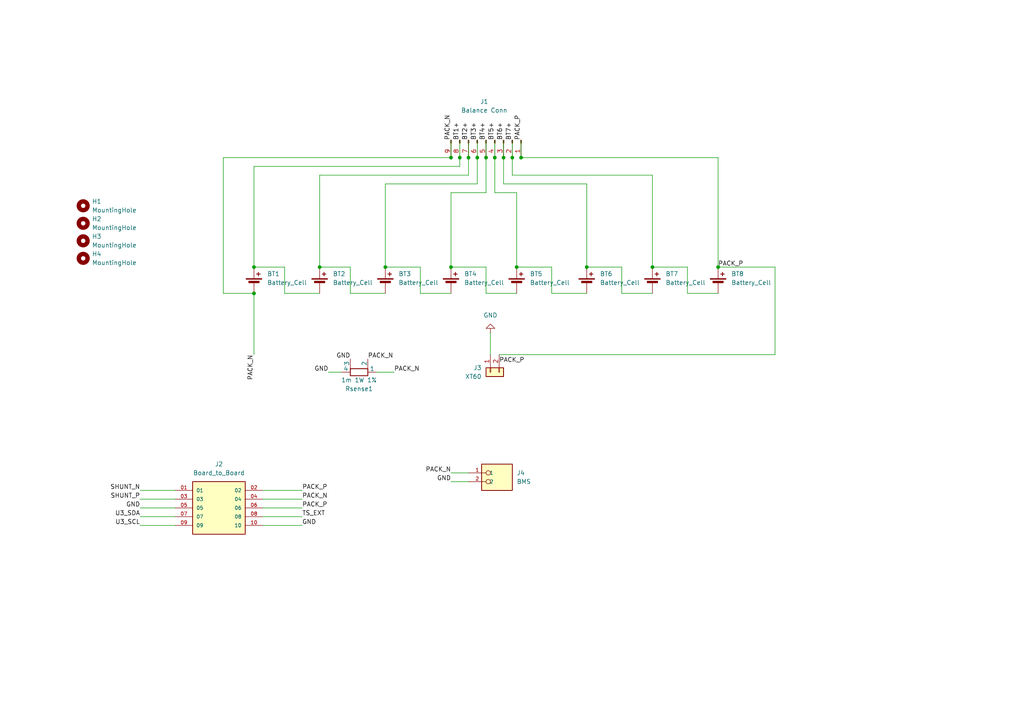
<source format=kicad_sch>
(kicad_sch (version 20250114) (generator "eeschema") (generator_version "9.0")
  (paper "A4")
  (lib_symbols
    (symbol "Connector:Conn_01x09_Pin" (pin_names (offset 1.016) (hide yes))
      (property "Reference" "J" (at 0 12.7 0))
      (property "Value" "Conn_01x09_Pin" (at 0 -12.7 0))
      (symbol "Conn_01x09_Pin_1_1"
        (rectangle (start 0.8636 10.287) (end 0 10.033) (stroke (width 0.1524)) (fill (type outline)))
        (rectangle (start 0.8636 7.747) (end 0 7.493) (stroke (width 0.1524)) (fill (type outline)))
        (rectangle (start 0.8636 5.207) (end 0 4.953) (stroke (width 0.1524)) (fill (type outline)))
        (rectangle (start 0.8636 2.667) (end 0 2.413) (stroke (width 0.1524)) (fill (type outline)))
        (rectangle (start 0.8636 0.127) (end 0 -0.127) (stroke (width 0.1524)) (fill (type outline)))
        (rectangle (start 0.8636 -2.413) (end 0 -2.667) (stroke (width 0.1524)) (fill (type outline)))
        (rectangle (start 0.8636 -4.953) (end 0 -5.207) (stroke (width 0.1524)) (fill (type outline)))
        (rectangle (start 0.8636 -7.493) (end 0 -7.747) (stroke (width 0.1524)) (fill (type outline)))
        (rectangle (start 0.8636 -10.033) (end 0 -10.287) (stroke (width 0.1524)) (fill (type outline)))
        (polyline (pts (xy 1.27 10.16) (xy 0.8636 10.16)) (stroke (width 0.1524)))
        (polyline (pts (xy 1.27 7.62) (xy 0.8636 7.62)) (stroke (width 0.1524)))
        (polyline (pts (xy 1.27 5.08) (xy 0.8636 5.08)) (stroke (width 0.1524)))
        (polyline (pts (xy 1.27 2.54) (xy 0.8636 2.54)) (stroke (width 0.1524)))
        (polyline (pts (xy 1.27 0) (xy 0.8636 0)) (stroke (width 0.1524)))
        (polyline (pts (xy 1.27 -2.54) (xy 0.8636 -2.54)) (stroke (width 0.1524)))
        (polyline (pts (xy 1.27 -5.08) (xy 0.8636 -5.08)) (stroke (width 0.1524)))
        (polyline (pts (xy 1.27 -7.62) (xy 0.8636 -7.62)) (stroke (width 0.1524)))
        (polyline (pts (xy 1.27 -10.16) (xy 0.8636 -10.16)) (stroke (width 0.1524)))
        (pin passive line (at 5.08 10.16 180) (length 3.81) (name "Pin_1") (number "1"))
        (pin passive line (at 5.08 7.62 180) (length 3.81) (name "Pin_2") (number "2"))
        (pin passive line (at 5.08 5.08 180) (length 3.81) (name "Pin_3") (number "3"))
        (pin passive line (at 5.08 2.54 180) (length 3.81) (name "Pin_4") (number "4"))
        (pin passive line (at 5.08 0 180) (length 3.81) (name "Pin_5") (number "5"))
        (pin passive line (at 5.08 -2.54 180) (length 3.81) (name "Pin_6") (number "6"))
        (pin passive line (at 5.08 -5.08 180) (length 3.81) (name "Pin_7") (number "7"))
        (pin passive line (at 5.08 -7.62 180) (length 3.81) (name "Pin_8") (number "8"))
        (pin passive line (at 5.08 -10.16 180) (length 3.81) (name "Pin_9") (number "9"))
      )
    )
    (symbol "Connector_Generic:Conn_01x02" (pin_names (offset 1.016) (hide yes))
      (property "Reference" "J" (at 0 2.54 0))
      (property "Value" "Conn_01x02" (at 0 -5.08 0))
      (symbol "Conn_01x02_1_1"
        (rectangle (start -1.27 1.27) (end 1.27 -3.81) (stroke (width 0.254)) (fill (type background)))
        (rectangle (start -1.27 0.127) (end 0 -0.127) (stroke (width 0.1524)))
        (rectangle (start -1.27 -2.413) (end 0 -2.667) (stroke (width 0.1524)))
        (pin passive line (at -5.08 0 0) (length 3.81) (name "Pin_1") (number "1"))
        (pin passive line (at -5.08 -2.54 0) (length 3.81) (name "Pin_2") (number "2"))
      )
    )
    (symbol "Device:Battery_Cell" (pin_numbers (hide yes)) (pin_names (offset 0) (hide yes))
      (property "Reference" "BT" (at 2.54 2.54 0))
      (property "Value" "Battery_Cell" (at 2.54 0 0))
      (symbol "Battery_Cell_0_1"
        (rectangle (start -2.286 1.778) (end 2.286 1.524) (fill (type outline)))
        (rectangle (start -1.524 1.016) (end 1.524 0.508) (fill (type outline)))
        (polyline (pts (xy 0 1.778) (xy 0 2.54)))
        (polyline (pts (xy 0 0.762) (xy 0 0)))
        (polyline (pts (xy 0.762 3.048) (xy 1.778 3.048)) (stroke (width 0.254)))
        (polyline (pts (xy 1.27 3.556) (xy 1.27 2.54)) (stroke (width 0.254)))
      )
      (symbol "Battery_Cell_1_1"
        (pin passive line (at 0 5.08 270) (length 2.54) (name "+") (number "1"))
        (pin passive line (at 0 -2.54 90) (length 2.54) (name "-") (number "2"))
      )
    )
    (symbol "Device:R_Shunt" (pin_numbers (hide yes)) (pin_names (offset 0))
      (property "Reference" "R" (at -4.445 0 90))
      (property "Value" "R_Shunt" (at -2.54 0 90))
      (symbol "R_Shunt_0_1"
        (rectangle (start -1.016 -2.54) (end 1.016 2.54) (stroke (width 0.254)))
        (polyline (pts (xy 0 -2.54) (xy 1.27 -2.54)))
        (polyline (pts (xy 1.27 2.54) (xy 0 2.54)))
      )
      (symbol "R_Shunt_1_1"
        (pin passive line (at 0 5.08 270) (length 2.54) (name "1") (number "1"))
        (pin passive line (at 0 -5.08 90) (length 2.54) (name "4") (number "4"))
        (pin passive line (at 3.81 2.54 180) (length 2.54) (name "2") (number "2"))
        (pin passive line (at 3.81 -2.54 180) (length 2.54) (name "3") (number "3"))
      )
    )
    (symbol "Mechanical:MountingHole" (pin_names (offset 1.016)) (in_bom no)
      (property "Reference" "H" (at 0 5.08 0))
      (property "Value" "MountingHole" (at 0 3.175 0))
      (symbol "MountingHole_0_1"
        (circle (center 0 0) (radius 1.27) (stroke (width 1.27)))
      )
    )
    (symbol "Phoenix_2_terminal_block:1935776" (pin_names (offset 1.016))
      (property "Reference" "J" (at -2.54 3.302 0))
      (property "Value" "1935776" (at -2.54 -7.62 0))
      (symbol "1935776_0_0"
        (rectangle (start -3.81 -5.08) (end 5.08 2.54) (stroke (width 0.254)) (fill (type background)))
        (circle (center -1.905 0) (radius 0.635) (stroke (width 0.1524)))
        (circle (center -1.905 -2.54) (radius 0.635) (stroke (width 0.1524)))
        (pin passive line (at -7.62 0 0) (length 5.08) (name "1") (number "1"))
        (pin passive line (at -7.62 -2.54 0) (length 5.08) (name "2") (number "2"))
      )
    )
    (symbol "Samtec_2x05_THT:DW-05-X-X-D-X" (pin_names (offset 1.016))
      (property "Reference" "J" (at -8.12 7.62 0))
      (property "Value" "DW-05-X-X-D-X" (at -7.62 -10.16 0))
      (symbol "DW-05-X-X-D-X_0_0"
        (rectangle (start -7.62 -7.62) (end 7.62 7.62) (stroke (width 0.254)) (fill (type background)))
        (pin passive line (at -12.7 5.08 0) (length 5.08) (name "01") (number "01"))
        (pin passive line (at -12.7 2.54 0) (length 5.08) (name "03") (number "03"))
        (pin passive line (at -12.7 0 0) (length 5.08) (name "05") (number "05"))
        (pin passive line (at -12.7 -2.54 0) (length 5.08) (name "07") (number "07"))
        (pin passive line (at -12.7 -5.08 0) (length 5.08) (name "09") (number "09"))
        (pin passive line (at 12.7 5.08 180) (length 5.08) (name "02") (number "02"))
        (pin passive line (at 12.7 2.54 180) (length 5.08) (name "04") (number "04"))
        (pin passive line (at 12.7 0 180) (length 5.08) (name "06") (number "06"))
        (pin passive line (at 12.7 -2.54 180) (length 5.08) (name "08") (number "08"))
        (pin passive line (at 12.7 -5.08 180) (length 5.08) (name "10") (number "10"))
      )
    )
    (symbol "power:GND" (power) (pin_numbers (hide yes)) (pin_names (offset 0) (hide yes))
      (property "Value" "GND" (at 0 -3.81 0))
      (symbol "GND_0_1"
        (polyline (pts (xy 0 0) (xy 0 -1.27) (xy 1.27 -1.27) (xy 0 -2.54) (xy -1.27 -1.27) (xy 0 -1.27)))
      )
      (symbol "GND_1_1"
        (pin power_in line (at 0 0 270) (length 0) (name "~") (number "1"))
      )
    )
  )
  (junction (at 149.86 77.47))
  (junction (at 130.81 45.72))
  (junction (at 143.51 45.72))
  (junction (at 148.59 45.72))
  (junction (at 170.18 77.47))
  (junction (at 133.35 45.72))
  (junction (at 92.71 77.47))
  (junction (at 138.43 45.72))
  (junction (at 73.66 85.09))
  (junction (at 130.81 77.47))
  (junction (at 146.05 45.72))
  (junction (at 140.97 45.72))
  (junction (at 111.76 77.47))
  (junction (at 135.89 45.72))
  (junction (at 208.28 77.47))
  (junction (at 151.13 45.72))
  (junction (at 73.66 77.47))
  (junction (at 189.23 77.47))
  (wire (pts (xy 40.64 147.32) (xy 50.8 147.32)))
  (wire (pts (xy 130.81 139.7) (xy 135.89 139.7)))
  (wire (pts (xy 101.6 85.09) (xy 111.76 85.09)))
  (wire (pts (xy 76.2 147.32) (xy 87.63 147.32)))
  (wire (pts (xy 130.81 45.72) (xy 64.77 45.72)))
  (wire (pts (xy 130.81 55.88) (xy 130.81 77.47)))
  (wire (pts (xy 64.77 45.72) (xy 64.77 85.09)))
  (wire (pts (xy 138.43 40.64) (xy 138.43 45.72)))
  (wire (pts (xy 143.51 55.88) (xy 149.86 55.88)))
  (wire (pts (xy 170.18 77.47) (xy 180.34 77.47)))
  (wire (pts (xy 82.55 77.47) (xy 82.55 85.09)))
  (wire (pts (xy 130.81 40.64) (xy 130.81 45.72)))
  (wire (pts (xy 135.89 45.72) (xy 135.89 50.8)))
  (wire (pts (xy 199.39 85.09) (xy 208.28 85.09)))
  (wire (pts (xy 76.2 149.86) (xy 87.63 149.86)))
  (wire (pts (xy 82.55 85.09) (xy 92.71 85.09)))
  (wire (pts (xy 180.34 85.09) (xy 189.23 85.09)))
  (wire (pts (xy 135.89 50.8) (xy 92.71 50.8)))
  (wire (pts (xy 92.71 50.8) (xy 92.71 77.47)))
  (wire (pts (xy 140.97 40.64) (xy 140.97 45.72)))
  (wire (pts (xy 111.76 53.34) (xy 111.76 77.47)))
  (wire (pts (xy 148.59 50.8) (xy 189.23 50.8)))
  (wire (pts (xy 109.22 107.95) (xy 114.3 107.95)))
  (wire (pts (xy 40.64 149.86) (xy 50.8 149.86)))
  (wire (pts (xy 160.02 77.47) (xy 160.02 85.09)))
  (wire (pts (xy 160.02 85.09) (xy 170.18 85.09)))
  (wire (pts (xy 40.64 152.4) (xy 50.8 152.4)))
  (wire (pts (xy 146.05 40.64) (xy 146.05 45.72)))
  (wire (pts (xy 130.81 77.47) (xy 140.97 77.47)))
  (wire (pts (xy 189.23 50.8) (xy 189.23 77.47)))
  (wire (pts (xy 199.39 77.47) (xy 199.39 85.09)))
  (wire (pts (xy 138.43 53.34) (xy 111.76 53.34)))
  (wire (pts (xy 121.92 85.09) (xy 130.81 85.09)))
  (wire (pts (xy 121.92 77.47) (xy 121.92 85.09)))
  (wire (pts (xy 73.66 102.87) (xy 73.66 85.09)))
  (wire (pts (xy 149.86 77.47) (xy 160.02 77.47)))
  (wire (pts (xy 92.71 77.47) (xy 101.6 77.47)))
  (wire (pts (xy 40.64 142.24) (xy 50.8 142.24)))
  (wire (pts (xy 76.2 152.4) (xy 87.63 152.4)))
  (wire (pts (xy 148.59 40.64) (xy 148.59 45.72)))
  (wire (pts (xy 73.66 77.47) (xy 82.55 77.47)))
  (wire (pts (xy 40.64 144.78) (xy 50.8 144.78)))
  (wire (pts (xy 76.2 144.78) (xy 87.63 144.78)))
  (wire (pts (xy 142.24 96.52) (xy 142.24 102.87)))
  (wire (pts (xy 151.13 45.72) (xy 208.28 45.72)))
  (wire (pts (xy 146.05 53.34) (xy 170.18 53.34)))
  (wire (pts (xy 144.78 102.87) (xy 224.79 102.87)))
  (wire (pts (xy 140.97 77.47) (xy 140.97 85.09)))
  (wire (pts (xy 224.79 102.87) (xy 224.79 77.47)))
  (wire (pts (xy 111.76 77.47) (xy 121.92 77.47)))
  (wire (pts (xy 64.77 85.09) (xy 73.66 85.09)))
  (wire (pts (xy 76.2 142.24) (xy 87.63 142.24)))
  (wire (pts (xy 148.59 45.72) (xy 148.59 50.8)))
  (wire (pts (xy 140.97 55.88) (xy 130.81 55.88)))
  (wire (pts (xy 143.51 40.64) (xy 143.51 45.72)))
  (wire (pts (xy 133.35 45.72) (xy 133.35 48.26)))
  (wire (pts (xy 170.18 53.34) (xy 170.18 77.47)))
  (wire (pts (xy 140.97 45.72) (xy 140.97 55.88)))
  (wire (pts (xy 101.6 77.47) (xy 101.6 85.09)))
  (wire (pts (xy 180.34 77.47) (xy 180.34 85.09)))
  (wire (pts (xy 73.66 48.26) (xy 73.66 77.47)))
  (wire (pts (xy 189.23 77.47) (xy 199.39 77.47)))
  (wire (pts (xy 224.79 77.47) (xy 208.28 77.47)))
  (wire (pts (xy 133.35 48.26) (xy 73.66 48.26)))
  (wire (pts (xy 140.97 85.09) (xy 149.86 85.09)))
  (wire (pts (xy 135.89 40.64) (xy 135.89 45.72)))
  (wire (pts (xy 208.28 45.72) (xy 208.28 77.47)))
  (wire (pts (xy 138.43 45.72) (xy 138.43 53.34)))
  (wire (pts (xy 130.81 137.16) (xy 135.89 137.16)))
  (wire (pts (xy 151.13 40.64) (xy 151.13 45.72)))
  (wire (pts (xy 149.86 55.88) (xy 149.86 77.47)))
  (wire (pts (xy 133.35 40.64) (xy 133.35 45.72)))
  (wire (pts (xy 99.06 107.95) (xy 95.25 107.95)))
  (wire (pts (xy 146.05 45.72) (xy 146.05 53.34)))
  (wire (pts (xy 143.51 45.72) (xy 143.51 55.88)))
  (label "GND" (at 130.81 139.7 180))
  (label "PACK_N" (at 87.63 144.78 0))
  (label "PACK_P" (at 151.13 40.64 90))
  (label "TS_EXT" (at 87.63 149.86 0))
  (label "PACK_P" (at 87.63 147.32 0))
  (label "BT2+" (at 135.89 40.64 90))
  (label "SHUNT_N" (at 40.64 142.24 180))
  (label "PACK_N" (at 130.81 137.16 180))
  (label "BT7+" (at 148.59 40.64 90))
  (label "U3_SCL" (at 40.64 152.4 180))
  (label "PACK_N" (at 106.68 104.14 0))
  (label "PACK_P" (at 87.63 142.24 0))
  (label "PACK_P" (at 208.28 77.47 0))
  (label "U3_SDA" (at 40.64 149.86 180))
  (label "BT3+" (at 138.43 40.64 90))
  (label "SHUNT_P" (at 40.64 144.78 180))
  (label "PACK_N" (at 73.66 102.87 270))
  (label "GND" (at 95.25 107.95 180))
  (label "PACK_N" (at 130.81 40.64 90))
  (label "GND" (at 87.63 152.4 0))
  (label "PACK_N" (at 114.3 107.95 0))
  (label "BT4+" (at 140.97 40.64 90))
  (label "BT6+" (at 146.05 40.64 90))
  (label "GND" (at 40.64 147.32 180))
  (label "GND" (at 101.6 104.14 180))
  (label "PACK_P" (at 144.78 105.41 0))
  (label "BT1+" (at 133.35 40.64 90))
  (label "BT5+" (at 143.51 40.64 90))
  (symbol (lib_id "Device:Battery_Cell") (at 92.71 82.55 0) (unit 1) (in_bom no)
    (property "Reference" "BT2" (at 96.52 79.4384 0) (effects (justify left)))
    (property "Value" "Battery_Cell" (at 96.52 81.9784 0) (effects (justify left)))
    (property "Footprint" "Narada_prismatic_50Ah:Battery_Narada_50Ah_LiFePO4" (effects (hide yes)))
    (property "Description" "Single-cell battery" (effects (hide yes)))
  )
  (symbol (lib_id "Device:Battery_Cell") (at 189.23 82.55 0) (unit 1) (in_bom no)
    (property "Reference" "BT7" (at 193.04 79.4384 0) (effects (justify left)))
    (property "Value" "Battery_Cell" (at 193.04 81.9784 0) (effects (justify left)))
    (property "Footprint" "Narada_prismatic_50Ah:Battery_Narada_50Ah_LiFePO4" (effects (hide yes)))
    (property "Description" "Single-cell battery" (effects (hide yes)))
  )
  (symbol (lib_id "Device:R_Shunt") (at 104.14 107.95 270) (mirror x) (unit 1)
    (property "Reference" "Rsense1" (at 104.14 112.776 90))
    (property "Value" "1m 1W 1%" (at 104.14 110.236 90))
    (property "Footprint" "WSHM2818:RESC_WSHM2818R0150FEA" (effects (hide yes)))
    (property "Description" "WSHM2818R0100FEA" (effects (hide yes)))
  )
  (symbol (lib_id "Samtec_2x05_THT:DW-05-X-X-D-X") (at 63.5 147.32 0) (unit 1)
    (property "Reference" "J2" (at 63.5 134.62 0))
    (property "Value" "Board_to_Board" (at 63.5 137.16 0))
    (property "Footprint" "Samtec_2x05_THT:SAMTEC_DW-05-X-X-D-X" (effects (hide yes)))
    (property "PARTREV" "01-06-94" (effects (hide yes)))
    (property "MANUFACTURER" "Samtec" (effects (hide yes)))
    (property "STANDARD" "Manufacturer Recommendations" (effects (hide yes)))
  )
  (symbol (lib_id "Device:Battery_Cell") (at 130.81 82.55 0) (unit 1) (in_bom no)
    (property "Reference" "BT4" (at 134.62 79.4384 0) (effects (justify left)))
    (property "Value" "Battery_Cell" (at 134.62 81.9784 0) (effects (justify left)))
    (property "Footprint" "Narada_prismatic_50Ah:Battery_Narada_50Ah_LiFePO4" (effects (hide yes)))
    (property "Description" "Single-cell battery" (effects (hide yes)))
  )
  (symbol (lib_id "Mechanical:MountingHole") (at 24.13 59.69 0) (unit 1) (in_bom no)
    (property "Reference" "H1" (at 26.67 58.4199 0) (effects (justify left)))
    (property "Value" "MountingHole" (at 26.67 60.9599 0) (effects (justify left)))
    (property "Footprint" "MountingHole:MountingHole_3.2mm_M3" (effects (hide yes)))
    (property "Description" "Mounting Hole without connection" (effects (hide yes)))
  )
  (symbol (lib_id "Device:Battery_Cell") (at 149.86 82.55 0) (unit 1) (in_bom no)
    (property "Reference" "BT5" (at 153.67 79.4384 0) (effects (justify left)))
    (property "Value" "Battery_Cell" (at 153.67 81.9784 0) (effects (justify left)))
    (property "Footprint" "Narada_prismatic_50Ah:Battery_Narada_50Ah_LiFePO4" (effects (hide yes)))
    (property "Description" "Single-cell battery" (effects (hide yes)))
  )
  (symbol (lib_id "Mechanical:MountingHole") (at 24.13 69.85 0) (unit 1) (in_bom no)
    (property "Reference" "H3" (at 26.67 68.5799 0) (effects (justify left)))
    (property "Value" "MountingHole" (at 26.67 71.1199 0) (effects (justify left)))
    (property "Footprint" "MountingHole:MountingHole_3.2mm_M3" (effects (hide yes)))
    (property "Description" "Mounting Hole without connection" (effects (hide yes)))
  )
  (symbol (lib_id "Connector:Conn_01x09_Pin") (at 140.97 40.64 270) (unit 1)
    (property "Reference" "J1" (at 140.462 29.464 90))
    (property "Value" "Balance Conn" (at 140.462 32.004 90))
    (property "Footprint" "Connector_JST:JST_XH_B9B-XH-A_1x09_P2.50mm_Vertical" (effects (hide yes)))
    (property "Description" "Generic connector, single row, 01x09, script generated" (effects (hide yes)))
  )
  (symbol (lib_id "Mechanical:MountingHole") (at 24.13 64.77 0) (unit 1) (in_bom no)
    (property "Reference" "H2" (at 26.67 63.4999 0) (effects (justify left)))
    (property "Value" "MountingHole" (at 26.67 66.0399 0) (effects (justify left)))
    (property "Footprint" "MountingHole:MountingHole_3.2mm_M3" (effects (hide yes)))
    (property "Description" "Mounting Hole without connection" (effects (hide yes)))
  )
  (symbol (lib_id "power:GND") (at 142.24 96.52 180) (unit 1)
    (property "Reference" "#PWR016" (effects (hide yes)))
    (property "Value" "GND" (at 142.24 91.44 0))
    (property "Description" "Power symbol creates a global label with name \"GND\" , ground" (effects (hide yes)))
  )
  (symbol (lib_id "Device:Battery_Cell") (at 73.66 82.55 0) (unit 1) (in_bom no)
    (property "Reference" "BT1" (at 77.47 79.4384 0) (effects (justify left)))
    (property "Value" "Battery_Cell" (at 77.47 81.9784 0) (effects (justify left)))
    (property "Footprint" "Narada_prismatic_50Ah:Battery_Narada_50Ah_LiFePO4" (effects (hide yes)))
    (property "Description" "Single-cell battery" (effects (hide yes)))
  )
  (symbol (lib_id "Phoenix_2_terminal_block:1935776") (at 143.51 137.16 0) (unit 1)
    (property "Reference" "J4" (at 149.86 137.1599 0) (effects (justify left)))
    (property "Value" "BMS" (at 149.86 139.6999 0) (effects (justify left)))
    (property "Footprint" "Phoenix_2_terminal_block:PHOENIX_1935776" (effects (hide yes)))
    (property "PARTREV" "19.10.2016" (effects (hide yes)))
    (property "STANDARD" "Manufacturer Recommendations" (effects (hide yes)))
    (property "MAXIMUM_PACKAGE_HEIGHT" "13.65mm" (effects (hide yes)))
    (property "MANUFACTURER" "Phoenix Contact" (effects (hide yes)))
  )
  (symbol (lib_id "Connector_Generic:Conn_01x02") (at 142.24 107.95 90) (mirror x) (unit 1)
    (property "Reference" "J3" (at 139.7 106.6799 90) (effects (justify left)))
    (property "Value" "XT60" (at 139.7 109.2199 90) (effects (justify left)))
    (property "Footprint" "Connector_AMASS:AMASS_XT60PW-F_1x02_P7.20mm_Horizontal" (effects (hide yes)))
    (property "Description" "Generic connector, single row, 01x02, script generated (kicad-library-utils/schlib/autogen/connector/)" (effects (hide yes)))
  )
  (symbol (lib_id "Device:Battery_Cell") (at 111.76 82.55 0) (unit 1) (in_bom no)
    (property "Reference" "BT3" (at 115.57 79.4384 0) (effects (justify left)))
    (property "Value" "Battery_Cell" (at 115.57 81.9784 0) (effects (justify left)))
    (property "Footprint" "Narada_prismatic_50Ah:Battery_Narada_50Ah_LiFePO4" (effects (hide yes)))
    (property "Description" "Single-cell battery" (effects (hide yes)))
  )
  (symbol (lib_id "Mechanical:MountingHole") (at 24.13 74.93 0) (unit 1) (in_bom no)
    (property "Reference" "H4" (at 26.67 73.6599 0) (effects (justify left)))
    (property "Value" "MountingHole" (at 26.67 76.1999 0) (effects (justify left)))
    (property "Footprint" "MountingHole:MountingHole_3.2mm_M3" (effects (hide yes)))
    (property "Description" "Mounting Hole without connection" (effects (hide yes)))
  )
  (symbol (lib_id "Device:Battery_Cell") (at 170.18 82.55 0) (unit 1) (in_bom no)
    (property "Reference" "BT6" (at 173.99 79.4384 0) (effects (justify left)))
    (property "Value" "Battery_Cell" (at 173.99 81.9784 0) (effects (justify left)))
    (property "Footprint" "Narada_prismatic_50Ah:Battery_Narada_50Ah_LiFePO4" (effects (hide yes)))
    (property "Description" "Single-cell battery" (effects (hide yes)))
  )
  (symbol (lib_id "Device:Battery_Cell") (at 208.28 82.55 0) (unit 1) (in_bom no)
    (property "Reference" "BT8" (at 212.09 79.4384 0) (effects (justify left)))
    (property "Value" "Battery_Cell" (at 212.09 81.9784 0) (effects (justify left)))
    (property "Footprint" "Narada_prismatic_50Ah:Battery_Narada_50Ah_LiFePO4" (effects (hide yes)))
    (property "Description" "Single-cell battery" (effects (hide yes)))
  )
)
</source>
